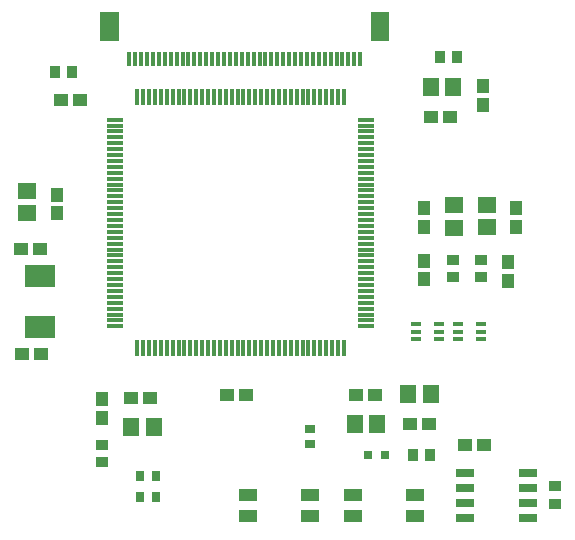
<source format=gbr>
G04*
G04 #@! TF.GenerationSoftware,Altium Limited,Altium Designer,25.1.2 (22)*
G04*
G04 Layer_Color=8421504*
%FSLAX25Y25*%
%MOIN*%
G70*
G04*
G04 #@! TF.SameCoordinates,B1411C34-087D-4BAB-B9BA-D0973F51CA7B*
G04*
G04*
G04 #@! TF.FilePolarity,Positive*
G04*
G01*
G75*
%ADD16R,0.03347X0.01575*%
%ADD17R,0.04134X0.03543*%
G04:AMPARAMS|DCode=18|XSize=61.02mil|YSize=23.62mil|CornerRadius=2.01mil|HoleSize=0mil|Usage=FLASHONLY|Rotation=0.000|XOffset=0mil|YOffset=0mil|HoleType=Round|Shape=RoundedRectangle|*
%AMROUNDEDRECTD18*
21,1,0.06102,0.01961,0,0,0.0*
21,1,0.05701,0.02362,0,0,0.0*
1,1,0.00402,0.02850,-0.00980*
1,1,0.00402,-0.02850,-0.00980*
1,1,0.00402,-0.02850,0.00980*
1,1,0.00402,0.02850,0.00980*
%
%ADD18ROUNDEDRECTD18*%
%ADD19R,0.03150X0.03740*%
%ADD20R,0.03543X0.04134*%
%ADD21R,0.04758X0.03985*%
%ADD22R,0.06102X0.03937*%
%ADD23R,0.03740X0.03150*%
%ADD24R,0.03150X0.03150*%
%ADD25R,0.05512X0.05906*%
%ADD26R,0.05906X0.05512*%
%ADD27R,0.03985X0.04758*%
%ADD28R,0.03347X0.01378*%
%ADD29R,0.01200X0.04700*%
%ADD30R,0.05315X0.01378*%
%ADD31R,0.01378X0.05315*%
%ADD32R,0.10236X0.07480*%
G36*
X431362Y446850D02*
X431362Y437450D01*
X437663D01*
Y446850D01*
X431362D01*
D02*
G37*
G36*
X521562D02*
Y437450D01*
X527863Y437450D01*
X527863Y446850D01*
X521562D01*
D02*
G37*
D16*
X558232Y337918D02*
D03*
X558232Y340477D02*
D03*
X558232Y343037D02*
D03*
X550752D02*
D03*
Y340477D02*
D03*
Y337918D02*
D03*
D17*
X548995Y358778D02*
D03*
Y364487D02*
D03*
X558262Y364351D02*
D03*
Y358642D02*
D03*
X583102Y283146D02*
D03*
Y288854D02*
D03*
X431918Y302643D02*
D03*
Y296935D02*
D03*
D18*
X574130Y293500D02*
D03*
Y288500D02*
D03*
Y283500D02*
D03*
Y278500D02*
D03*
X552870D02*
D03*
Y283500D02*
D03*
Y288500D02*
D03*
Y293500D02*
D03*
D19*
X449903Y292355D02*
D03*
X444785D02*
D03*
Y285390D02*
D03*
X449903D02*
D03*
D20*
X544666Y431984D02*
D03*
X550375D02*
D03*
X541500Y299500D02*
D03*
X535791D02*
D03*
X422124Y426911D02*
D03*
X416415D02*
D03*
D21*
X559449Y302792D02*
D03*
X553135D02*
D03*
X534684Y309810D02*
D03*
X540998D02*
D03*
X541843Y412000D02*
D03*
X548157D02*
D03*
X424830Y417693D02*
D03*
X418516D02*
D03*
X411639Y332941D02*
D03*
X405325D02*
D03*
X411295Y368059D02*
D03*
X404981D02*
D03*
X448157Y318500D02*
D03*
X441843D02*
D03*
X473843Y319500D02*
D03*
X480157D02*
D03*
X516665D02*
D03*
X522979D02*
D03*
D22*
X515665Y279153D02*
D03*
Y285846D02*
D03*
X536335Y279153D02*
D03*
Y285846D02*
D03*
X480665Y279153D02*
D03*
Y285846D02*
D03*
X501335Y279153D02*
D03*
Y285846D02*
D03*
D23*
X501500Y302941D02*
D03*
Y308059D02*
D03*
D24*
X520547Y299500D02*
D03*
X526453D02*
D03*
D25*
X516289Y309618D02*
D03*
X523769D02*
D03*
X549076Y421929D02*
D03*
X541596D02*
D03*
X534191Y319693D02*
D03*
X541671D02*
D03*
X449289Y308618D02*
D03*
X441809D02*
D03*
D26*
X549382Y375050D02*
D03*
Y382530D02*
D03*
X560225Y375271D02*
D03*
Y382751D02*
D03*
X407118Y379841D02*
D03*
Y387321D02*
D03*
D27*
X567500Y363657D02*
D03*
Y357343D02*
D03*
X539500Y364157D02*
D03*
Y357843D02*
D03*
X432124Y318143D02*
D03*
Y311829D02*
D03*
X570107Y375455D02*
D03*
Y381769D02*
D03*
X559000Y422314D02*
D03*
Y416000D02*
D03*
X417000Y379843D02*
D03*
Y386157D02*
D03*
X539500Y375343D02*
D03*
Y381657D02*
D03*
D28*
X544339Y343059D02*
D03*
Y340500D02*
D03*
Y337941D02*
D03*
X536661D02*
D03*
Y340500D02*
D03*
Y343059D02*
D03*
D29*
X518125Y431500D02*
D03*
X516150D02*
D03*
X514175D02*
D03*
X512200D02*
D03*
X510225Y431500D02*
D03*
X508250Y431500D02*
D03*
X506275D02*
D03*
X504300D02*
D03*
X502325D02*
D03*
X500350D02*
D03*
X498375D02*
D03*
X496400D02*
D03*
X494425D02*
D03*
X492450Y431500D02*
D03*
X490475Y431500D02*
D03*
X488500D02*
D03*
X486525D02*
D03*
X484550D02*
D03*
X482575D02*
D03*
X480600D02*
D03*
X478625D02*
D03*
X476650Y431500D02*
D03*
X474675Y431500D02*
D03*
X472700D02*
D03*
X470725D02*
D03*
X468750D02*
D03*
X466775Y431500D02*
D03*
X464800Y431500D02*
D03*
X462825D02*
D03*
X460850D02*
D03*
X458875D02*
D03*
X456900D02*
D03*
X454925D02*
D03*
X452950D02*
D03*
X450975D02*
D03*
X449000D02*
D03*
X447025D02*
D03*
X445050D02*
D03*
X443075D02*
D03*
X441100D02*
D03*
D30*
X436378Y411131D02*
D03*
X436378Y409163D02*
D03*
Y407194D02*
D03*
Y405226D02*
D03*
Y403257D02*
D03*
Y401289D02*
D03*
Y399320D02*
D03*
X436378Y397352D02*
D03*
Y395383D02*
D03*
X436378Y393415D02*
D03*
Y391446D02*
D03*
Y389478D02*
D03*
Y387509D02*
D03*
Y385541D02*
D03*
X436378Y383572D02*
D03*
X436378Y381604D02*
D03*
Y379635D02*
D03*
Y377667D02*
D03*
Y375698D02*
D03*
Y373730D02*
D03*
Y371761D02*
D03*
X436378Y369793D02*
D03*
X436378Y367824D02*
D03*
Y365856D02*
D03*
Y363887D02*
D03*
Y361918D02*
D03*
Y359950D02*
D03*
X436378Y357981D02*
D03*
Y356013D02*
D03*
X436378Y354045D02*
D03*
Y352076D02*
D03*
Y350108D02*
D03*
Y348139D02*
D03*
Y346170D02*
D03*
Y344202D02*
D03*
X436378Y342233D02*
D03*
X520039D02*
D03*
X520039Y344202D02*
D03*
Y346170D02*
D03*
Y348139D02*
D03*
Y350108D02*
D03*
Y352076D02*
D03*
Y354045D02*
D03*
X520039Y356013D02*
D03*
Y357981D02*
D03*
X520039Y359950D02*
D03*
Y361918D02*
D03*
Y363887D02*
D03*
Y365856D02*
D03*
Y367824D02*
D03*
X520039Y369793D02*
D03*
X520039Y371761D02*
D03*
Y373730D02*
D03*
Y375698D02*
D03*
Y377667D02*
D03*
Y379635D02*
D03*
Y381604D02*
D03*
X520039Y383572D02*
D03*
X520039Y385541D02*
D03*
Y387509D02*
D03*
Y389478D02*
D03*
Y391446D02*
D03*
Y393415D02*
D03*
X520039Y395383D02*
D03*
Y397352D02*
D03*
X520039Y399320D02*
D03*
Y401289D02*
D03*
Y403257D02*
D03*
Y405226D02*
D03*
Y407194D02*
D03*
Y409163D02*
D03*
X520039Y411131D02*
D03*
D31*
X443760Y334852D02*
D03*
X445728Y334852D02*
D03*
X447697D02*
D03*
X449665D02*
D03*
X451634D02*
D03*
X453602D02*
D03*
X455571D02*
D03*
X457539Y334852D02*
D03*
X459508D02*
D03*
X461476Y334852D02*
D03*
X463445D02*
D03*
X465413D02*
D03*
X467382D02*
D03*
X469350D02*
D03*
X471319Y334852D02*
D03*
X473287Y334852D02*
D03*
X475256D02*
D03*
X477224D02*
D03*
X479193D02*
D03*
X481161D02*
D03*
X483130D02*
D03*
X485098Y334852D02*
D03*
X487067Y334852D02*
D03*
X489035D02*
D03*
X491004D02*
D03*
X492972D02*
D03*
X494941D02*
D03*
X496909Y334852D02*
D03*
X498878D02*
D03*
X500846Y334852D02*
D03*
X502815D02*
D03*
X504783D02*
D03*
X506752D02*
D03*
X508720D02*
D03*
X510689D02*
D03*
X512657Y334852D02*
D03*
Y418513D02*
D03*
X510689Y418513D02*
D03*
X508720D02*
D03*
X506752D02*
D03*
X504783D02*
D03*
X502815D02*
D03*
X500846D02*
D03*
X498878Y418513D02*
D03*
X496909D02*
D03*
X494941Y418513D02*
D03*
X492972D02*
D03*
X491004D02*
D03*
X489035D02*
D03*
X487067D02*
D03*
X485098Y418513D02*
D03*
X483130Y418513D02*
D03*
X481161D02*
D03*
X479193D02*
D03*
X477224D02*
D03*
X475256D02*
D03*
X473287D02*
D03*
X471319Y418513D02*
D03*
X469350Y418513D02*
D03*
X467382D02*
D03*
X465413D02*
D03*
X463445D02*
D03*
X461476D02*
D03*
X459508Y418513D02*
D03*
X457539D02*
D03*
X455571Y418513D02*
D03*
X453602D02*
D03*
X451634D02*
D03*
X449665D02*
D03*
X447697D02*
D03*
X445728D02*
D03*
X443760Y418513D02*
D03*
D32*
X411530Y342035D02*
D03*
Y358965D02*
D03*
M02*

</source>
